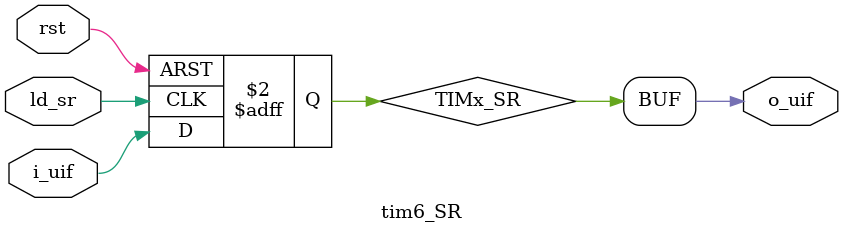
<source format=v>
`timescale 1ns / 1ps


module tim6_SR(
    input wire rst,

    input wire ld_sr,

    input wire i_uif,

    output wire o_uif
    );

reg TIMx_SR;


assign o_uif = TIMx_SR;


always @(posedge ld_sr or posedge rst) begin
    if (rst) begin
        TIMx_SR <= 0;
    end
    else begin
        TIMx_SR <= i_uif;
    end
end 

endmodule

</source>
